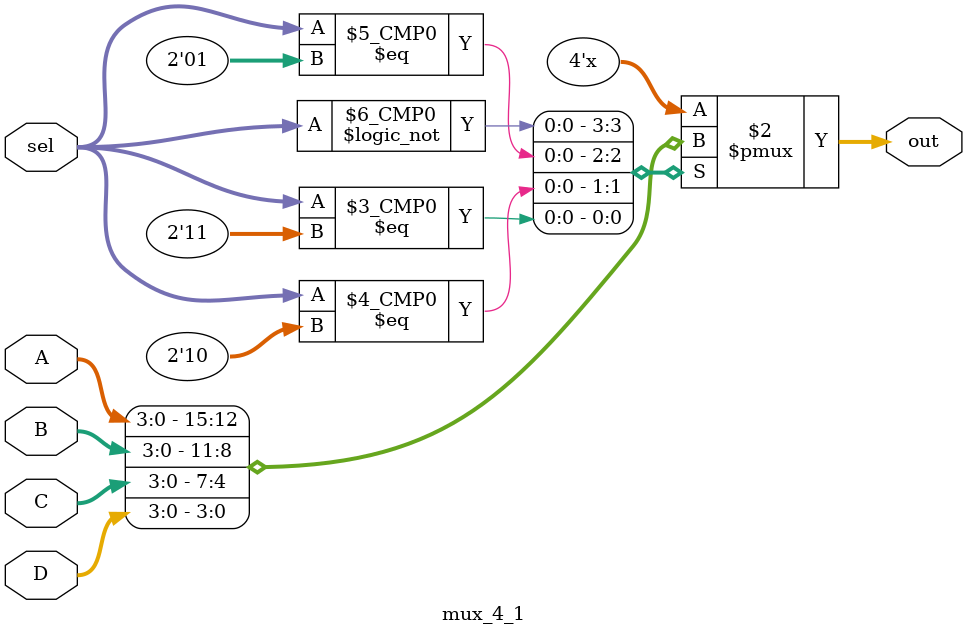
<source format=sv>
`timescale 1ns / 1ps
module mux_4_1(//4 entradas, 1 salida
    input logic [3:0] A, B, C, D, //entradas de 4b
    input logic [1:0] sel, //selector de 2b
    output logic [3:0]out//salida 4b
    
 );
 
    always_comb begin
     case(sel)
         2'b00: out=A;
         2'b01: out=B;
         2'b10: out=C;
         2'b11: out=D;
      //   3'b100: out=E;
         default: out=2'b11;
     endcase
    end

endmodule

</source>
